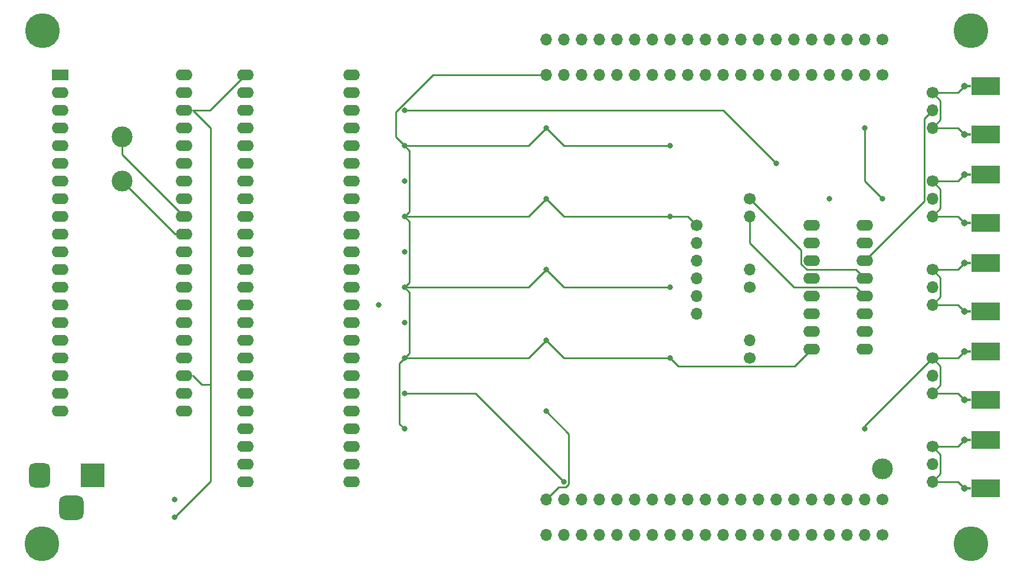
<source format=gbr>
%TF.GenerationSoftware,KiCad,Pcbnew,(6.0.5)*%
%TF.CreationDate,2022-07-21T21:10:46+10:00*%
%TF.ProjectId,glitcher,676c6974-6368-4657-922e-6b696361645f,rev?*%
%TF.SameCoordinates,Original*%
%TF.FileFunction,Copper,L4,Bot*%
%TF.FilePolarity,Positive*%
%FSLAX46Y46*%
G04 Gerber Fmt 4.6, Leading zero omitted, Abs format (unit mm)*
G04 Created by KiCad (PCBNEW (6.0.5)) date 2022-07-21 21:10:46*
%MOMM*%
%LPD*%
G01*
G04 APERTURE LIST*
G04 Aperture macros list*
%AMRoundRect*
0 Rectangle with rounded corners*
0 $1 Rounding radius*
0 $2 $3 $4 $5 $6 $7 $8 $9 X,Y pos of 4 corners*
0 Add a 4 corners polygon primitive as box body*
4,1,4,$2,$3,$4,$5,$6,$7,$8,$9,$2,$3,0*
0 Add four circle primitives for the rounded corners*
1,1,$1+$1,$2,$3*
1,1,$1+$1,$4,$5*
1,1,$1+$1,$6,$7*
1,1,$1+$1,$8,$9*
0 Add four rect primitives between the rounded corners*
20,1,$1+$1,$2,$3,$4,$5,0*
20,1,$1+$1,$4,$5,$6,$7,0*
20,1,$1+$1,$6,$7,$8,$9,0*
20,1,$1+$1,$8,$9,$2,$3,0*%
G04 Aperture macros list end*
%TA.AperFunction,ComponentPad*%
%ADD10R,2.400000X1.600000*%
%TD*%
%TA.AperFunction,ComponentPad*%
%ADD11O,2.400000X1.600000*%
%TD*%
%TA.AperFunction,ComponentPad*%
%ADD12C,1.700000*%
%TD*%
%TA.AperFunction,ComponentPad*%
%ADD13O,1.700000X1.700000*%
%TD*%
%TA.AperFunction,ComponentPad*%
%ADD14C,5.000000*%
%TD*%
%TA.AperFunction,SMDPad,CuDef*%
%ADD15R,4.190000X2.665000*%
%TD*%
%TA.AperFunction,ComponentPad*%
%ADD16C,0.970000*%
%TD*%
%TA.AperFunction,SMDPad,CuDef*%
%ADD17R,0.890000X0.460000*%
%TD*%
%TA.AperFunction,ComponentPad*%
%ADD18C,2.999999*%
%TD*%
%TA.AperFunction,ComponentPad*%
%ADD19R,3.500001X3.500001*%
%TD*%
%TA.AperFunction,ComponentPad*%
%ADD20RoundRect,0.750000X-0.749999X-1.000000X0.749999X-1.000000X0.749999X1.000000X-0.749999X1.000000X0*%
%TD*%
%TA.AperFunction,ComponentPad*%
%ADD21RoundRect,0.875000X-0.875000X-0.875000X0.875000X-0.875000X0.875000X0.875000X-0.875000X0.875000X0*%
%TD*%
%TA.AperFunction,SMDPad,CuDef*%
%ADD22C,3.000000*%
%TD*%
%TA.AperFunction,ViaPad*%
%ADD23C,0.800000*%
%TD*%
%TA.AperFunction,Conductor*%
%ADD24C,0.250000*%
%TD*%
G04 APERTURE END LIST*
D10*
%TO.P,U1,1,UART0_TX/I2C0_SDA/SPI0_RX/GP0*%
%TO.N,RPI_GP0*%
X92705000Y-50805000D03*
D11*
%TO.P,U1,2,UART0_RX/I2C0_SCL/GPI0_CSn/GP1*%
%TO.N,RPI_GP1*%
X92705000Y-53345000D03*
%TO.P,U1,3,GND*%
%TO.N,GND*%
X92705000Y-55885000D03*
%TO.P,U1,4,I2C1_SDA/SPI0_SCK/GP2*%
%TO.N,RPI_GP2*%
X92705000Y-58425000D03*
%TO.P,U1,5,I2C1_SCL/SPI0_TX/GP3*%
%TO.N,RPI_GP3*%
X92705000Y-60965000D03*
%TO.P,U1,6,UART1_TX/I2C0_SDA/SPI0_RX/GP4*%
%TO.N,RPI_GP4*%
X92705000Y-63505000D03*
%TO.P,U1,7,UART1_RX/I2C0_SCL/SPI0_CSn/GP5*%
%TO.N,RPI_GP5*%
X92705000Y-66045000D03*
%TO.P,U1,8,GND*%
%TO.N,GND*%
X92705000Y-68585000D03*
%TO.P,U1,9,I2C1_SDA/SPI0_SCK/GP6*%
%TO.N,RPI_GP6*%
X92705000Y-71125000D03*
%TO.P,U1,10,I2C1_SCL/SPI0_TX/GP7*%
%TO.N,RPI_GP7*%
X92705000Y-73665000D03*
%TO.P,U1,11,UART1_TX/I2C0_SDA/SPI1_RX/GP8*%
%TO.N,RPI_GP8*%
X92705000Y-76205000D03*
%TO.P,U1,12,UART1_RX/I2C0_SCL/SPI1_CSn/GP9*%
%TO.N,RPI_GP9*%
X92705000Y-78745000D03*
%TO.P,U1,13,GND*%
%TO.N,GND*%
X92705000Y-81285000D03*
%TO.P,U1,14,I2C1_SDA/SPI1_SCK/GP10*%
%TO.N,RPI_GP10*%
X92705000Y-83825000D03*
%TO.P,U1,15,I2C1_SCL/SPI1_TX/GP11*%
%TO.N,RPI_GP11*%
X92705000Y-86365000D03*
%TO.P,U1,16,UART0_TX/I2C0_SDA/GPI1_RX/GP12*%
%TO.N,RPI_GP12*%
X92705000Y-88905000D03*
%TO.P,U1,17,UART0_RX/I2C0_SCL/SPI1_CSn/GP13*%
%TO.N,RPI_GP13*%
X92705000Y-91445000D03*
%TO.P,U1,18,GND*%
%TO.N,GND*%
X92705000Y-93985000D03*
%TO.P,U1,19,I2C1_SDA/SPI1_SCK/GP14*%
%TO.N,RPI_GP14*%
X92705000Y-96525000D03*
%TO.P,U1,20,I2C1_SCL/SPI1_TX/GP15*%
%TO.N,RPI_GP15*%
X92705000Y-99065000D03*
%TO.P,U1,21,UART0_TX/I2C0_SDA/SPI0_RX/GP16*%
%TO.N,RPI_GP16*%
X110485000Y-99065000D03*
%TO.P,U1,22,UART0_RX/I2C0_SCL/SPI0_CSn/GP17*%
%TO.N,RPI_GP17*%
X110485000Y-96525000D03*
%TO.P,U1,23,GND*%
%TO.N,GND*%
X110485000Y-93985000D03*
%TO.P,U1,24,I2C1_SDA/SPI0_SCK/GP18*%
%TO.N,unconnected-(U1-Pad24)*%
X110485000Y-91445000D03*
%TO.P,U1,25,I2C1_SCL/SPI0_TX/GP19*%
%TO.N,unconnected-(U1-Pad25)*%
X110485000Y-88905000D03*
%TO.P,U1,26,I2C0_SDA/GP20*%
%TO.N,unconnected-(U1-Pad26)*%
X110485000Y-86365000D03*
%TO.P,U1,27,I2C0_SCL/GP21*%
%TO.N,FPGA_4*%
X110485000Y-83825000D03*
%TO.P,U1,28,GND*%
%TO.N,unconnected-(U1-Pad28)*%
X110485000Y-81285000D03*
%TO.P,U1,29,GP22*%
%TO.N,FPGA_3*%
X110485000Y-78745000D03*
%TO.P,U1,30,RUN*%
%TO.N,unconnected-(U1-Pad30)*%
X110485000Y-76205000D03*
%TO.P,U1,31,I2C1_SDA/ADC0/GP26*%
%TO.N,Net-(TP2-Pad1)*%
X110485000Y-73665000D03*
%TO.P,U1,32,I2C1_SCL/ADC1/GP27*%
%TO.N,Net-(TP1-Pad1)*%
X110485000Y-71125000D03*
%TO.P,U1,33,AGND/GND*%
%TO.N,unconnected-(U1-Pad33)*%
X110485000Y-68585000D03*
%TO.P,U1,34,ADC2/GP28*%
%TO.N,unconnected-(U1-Pad34)*%
X110485000Y-66045000D03*
%TO.P,U1,35,ADC_VREF*%
%TO.N,unconnected-(U1-Pad35)*%
X110485000Y-63505000D03*
%TO.P,U1,36,3V3OUT*%
%TO.N,unconnected-(U1-Pad36)*%
X110485000Y-60965000D03*
%TO.P,U1,37,3V3_EN*%
%TO.N,unconnected-(U1-Pad37)*%
X110485000Y-58425000D03*
%TO.P,U1,38,GND*%
%TO.N,GND*%
X110485000Y-55885000D03*
%TO.P,U1,39,VSYS*%
%TO.N,Net-(JP2-Pad1)*%
X110485000Y-53345000D03*
%TO.P,U1,40,VBUS*%
%TO.N,unconnected-(U1-Pad40)*%
X110485000Y-50805000D03*
%TD*%
D12*
%TO.P,J4,1,Pin_1*%
%TO.N,GND*%
X217920704Y-53340000D03*
D13*
%TO.P,J4,2,Pin_2*%
%TO.N,X_OUT*%
X217920714Y-55880000D03*
%TO.P,J4,3,Pin_3*%
%TO.N,GND*%
X217920714Y-58420000D03*
%TD*%
D12*
%TO.P,J_RIGHTEXP_OUTER1,1,Pin_1*%
%TO.N,X_OUT*%
X210755714Y-50800000D03*
D13*
%TO.P,J_RIGHTEXP_OUTER1,2,Pin_2*%
%TO.N,Y_OUT*%
X208215714Y-50800000D03*
%TO.P,J_RIGHTEXP_OUTER1,3,Pin_3*%
%TO.N,Z_OUT*%
X205675714Y-50800000D03*
%TO.P,J_RIGHTEXP_OUTER1,4,Pin_4*%
%TO.N,FREE_RIGHT4*%
X203135714Y-50800000D03*
%TO.P,J_RIGHTEXP_OUTER1,5,Pin_5*%
%TO.N,MAX4619_A*%
X200595714Y-50800000D03*
%TO.P,J_RIGHTEXP_OUTER1,6,Pin_6*%
%TO.N,MAX4619_B*%
X198055714Y-50800000D03*
%TO.P,J_RIGHTEXP_OUTER1,7,Pin_7*%
%TO.N,MAX4619_C*%
X195515714Y-50800000D03*
%TO.P,J_RIGHTEXP_OUTER1,8,Pin_8*%
%TO.N,FPGA_GPIO_12*%
X192975714Y-50800000D03*
%TO.P,J_RIGHTEXP_OUTER1,9,Pin_9*%
%TO.N,FPGA_GPIO_11*%
X190435714Y-50800000D03*
%TO.P,J_RIGHTEXP_OUTER1,10,Pin_10*%
%TO.N,FPGA_GPIO_10*%
X187895714Y-50800000D03*
%TO.P,J_RIGHTEXP_OUTER1,11,Pin_11*%
%TO.N,FPGA_GPIO_9*%
X185355714Y-50800000D03*
%TO.P,J_RIGHTEXP_OUTER1,12,Pin_12*%
%TO.N,FPGA_GPIO_8*%
X182815714Y-50800000D03*
%TO.P,J_RIGHTEXP_OUTER1,13,Pin_13*%
%TO.N,FPGA_GPIO_7*%
X180275714Y-50800000D03*
%TO.P,J_RIGHTEXP_OUTER1,14,Pin_14*%
%TO.N,FPGA_GPIO_6*%
X177735714Y-50800000D03*
%TO.P,J_RIGHTEXP_OUTER1,15,Pin_15*%
%TO.N,FPGA_GPIO_5*%
X175195714Y-50800000D03*
%TO.P,J_RIGHTEXP_OUTER1,16,Pin_16*%
%TO.N,FPGA_GPIO_4*%
X172655714Y-50800000D03*
%TO.P,J_RIGHTEXP_OUTER1,17,Pin_17*%
%TO.N,FPGA_GPIO_3*%
X170115714Y-50800000D03*
%TO.P,J_RIGHTEXP_OUTER1,18,Pin_18*%
%TO.N,FPGA_GPIO_2*%
X167575714Y-50800000D03*
%TO.P,J_RIGHTEXP_OUTER1,19,Pin_19*%
%TO.N,VCC_3V3_ALWAYS*%
X165035714Y-50800000D03*
%TO.P,J_RIGHTEXP_OUTER1,20,Pin_20*%
%TO.N,GND*%
X162495714Y-50800000D03*
%TD*%
D14*
%TO.P,REF\u002A\u002A,1*%
%TO.N,N/C*%
X223455714Y-118110000D03*
%TD*%
D12*
%TO.P,J_LEFTEXP1,1,Pin_1*%
%TO.N,GND*%
X210755714Y-116840000D03*
D13*
%TO.P,J_LEFTEXP1,2,Pin_2*%
%TO.N,FREE_LEFT2*%
X208215714Y-116840000D03*
%TO.P,J_LEFTEXP1,3,Pin_3*%
%TO.N,RPI_GP2*%
X205675714Y-116840000D03*
%TO.P,J_LEFTEXP1,4,Pin_4*%
%TO.N,RPI_GP3*%
X203135714Y-116840000D03*
%TO.P,J_LEFTEXP1,5,Pin_5*%
%TO.N,RPI_GP4*%
X200595714Y-116840000D03*
%TO.P,J_LEFTEXP1,6,Pin_6*%
%TO.N,RPI_GP5*%
X198055714Y-116840000D03*
%TO.P,J_LEFTEXP1,7,Pin_7*%
%TO.N,RPI_GP6*%
X195515714Y-116840000D03*
%TO.P,J_LEFTEXP1,8,Pin_8*%
%TO.N,RPI_GP7*%
X192975714Y-116840000D03*
%TO.P,J_LEFTEXP1,9,Pin_9*%
%TO.N,RPI_GP8*%
X190435714Y-116840000D03*
%TO.P,J_LEFTEXP1,10,Pin_10*%
%TO.N,RPI_GP9*%
X187895714Y-116840000D03*
%TO.P,J_LEFTEXP1,11,Pin_11*%
%TO.N,RPI_GP10*%
X185355714Y-116840000D03*
%TO.P,J_LEFTEXP1,12,Pin_12*%
%TO.N,RPI_GP11*%
X182815714Y-116840000D03*
%TO.P,J_LEFTEXP1,13,Pin_13*%
%TO.N,RPI_GP12*%
X180275714Y-116840000D03*
%TO.P,J_LEFTEXP1,14,Pin_14*%
%TO.N,RPI_GP13*%
X177735714Y-116840000D03*
%TO.P,J_LEFTEXP1,15,Pin_15*%
%TO.N,RPI_GP14*%
X175195714Y-116840000D03*
%TO.P,J_LEFTEXP1,16,Pin_16*%
%TO.N,RPI_GP15*%
X172655714Y-116840000D03*
%TO.P,J_LEFTEXP1,17,Pin_17*%
%TO.N,FREE_LEFT17*%
X170115714Y-116840000D03*
%TO.P,J_LEFTEXP1,18,Pin_18*%
%TO.N,FREE_LEFT18*%
X167575714Y-116840000D03*
%TO.P,J_LEFTEXP1,19,Pin_19*%
%TO.N,VCC_SWITCHED*%
X165035714Y-116840000D03*
%TO.P,J_LEFTEXP1,20,Pin_20*%
%TO.N,GND*%
X162495714Y-116840000D03*
%TD*%
D12*
%TO.P,J_LEFTEXP_OUTER1,1,Pin_1*%
%TO.N,GND*%
X210755716Y-111759992D03*
D13*
%TO.P,J_LEFTEXP_OUTER1,2,Pin_2*%
%TO.N,FREE_LEFT2*%
X208215714Y-111760000D03*
%TO.P,J_LEFTEXP_OUTER1,3,Pin_3*%
%TO.N,RPI_GP2*%
X205675714Y-111760000D03*
%TO.P,J_LEFTEXP_OUTER1,4,Pin_4*%
%TO.N,RPI_GP3*%
X203135714Y-111760000D03*
%TO.P,J_LEFTEXP_OUTER1,5,Pin_5*%
%TO.N,RPI_GP4*%
X200595714Y-111760000D03*
%TO.P,J_LEFTEXP_OUTER1,6,Pin_6*%
%TO.N,RPI_GP5*%
X198055714Y-111760000D03*
%TO.P,J_LEFTEXP_OUTER1,7,Pin_7*%
%TO.N,RPI_GP6*%
X195515714Y-111760000D03*
%TO.P,J_LEFTEXP_OUTER1,8,Pin_8*%
%TO.N,RPI_GP7*%
X192975714Y-111760000D03*
%TO.P,J_LEFTEXP_OUTER1,9,Pin_9*%
%TO.N,RPI_GP8*%
X190435714Y-111760000D03*
%TO.P,J_LEFTEXP_OUTER1,10,Pin_10*%
%TO.N,RPI_GP9*%
X187895714Y-111760000D03*
%TO.P,J_LEFTEXP_OUTER1,11,Pin_11*%
%TO.N,RPI_GP10*%
X185355714Y-111760000D03*
%TO.P,J_LEFTEXP_OUTER1,12,Pin_12*%
%TO.N,RPI_GP11*%
X182815714Y-111760000D03*
%TO.P,J_LEFTEXP_OUTER1,13,Pin_13*%
%TO.N,RPI_GP12*%
X180275714Y-111760000D03*
%TO.P,J_LEFTEXP_OUTER1,14,Pin_14*%
%TO.N,RPI_GP13*%
X177735714Y-111760000D03*
%TO.P,J_LEFTEXP_OUTER1,15,Pin_15*%
%TO.N,RPI_GP14*%
X175195714Y-111760000D03*
%TO.P,J_LEFTEXP_OUTER1,16,Pin_16*%
%TO.N,RPI_GP15*%
X172655714Y-111760000D03*
%TO.P,J_LEFTEXP_OUTER1,17,Pin_17*%
%TO.N,FREE_LEFT17*%
X170115714Y-111760000D03*
%TO.P,J_LEFTEXP_OUTER1,18,Pin_18*%
%TO.N,FREE_LEFT18*%
X167575714Y-111760000D03*
%TO.P,J_LEFTEXP_OUTER1,19,Pin_19*%
%TO.N,VCC_SWITCHED*%
X165035714Y-111760000D03*
%TO.P,J_LEFTEXP_OUTER1,20,Pin_20*%
%TO.N,GND*%
X162495716Y-111759992D03*
%TD*%
D15*
%TO.P,HS2_OUT1,2,Ext*%
%TO.N,GND*%
X225540714Y-97472500D03*
D16*
X222555714Y-97472500D03*
D17*
X223000714Y-97472500D03*
D15*
X225540714Y-90487500D03*
D16*
X222555714Y-90487500D03*
D17*
X223000714Y-90487500D03*
%TD*%
D12*
%TO.P,J2,1,Pin_1*%
%TO.N,GND*%
X184085714Y-72390000D03*
D13*
%TO.P,J2,2,Pin_2*%
%TO.N,VCC_3V3*%
X184085714Y-74930000D03*
%TO.P,J2,3,Pin_3*%
%TO.N,VCC_2V5*%
X184085714Y-77470000D03*
%TO.P,J2,4,Pin_4*%
%TO.N,VCC_1V8*%
X184085714Y-80010000D03*
%TO.P,J2,5,Pin_5*%
%TO.N,VCC_1V2*%
X184085714Y-82550000D03*
%TO.P,J2,6,Pin_6*%
%TO.N,VCC_VADJ*%
X184085714Y-85090000D03*
%TD*%
D16*
%TO.P,SMA_Y1,2,Ext*%
%TO.N,GND*%
X222555714Y-72072500D03*
X222555714Y-65087500D03*
D15*
X225540714Y-72072500D03*
X225540714Y-65087500D03*
D17*
X223000714Y-72072500D03*
X223000714Y-65087500D03*
%TD*%
D16*
%TO.P,TRIG_IN1,2,Ext*%
%TO.N,GND*%
X222555714Y-103187500D03*
D15*
X225540714Y-110172500D03*
X225540714Y-103187500D03*
D16*
X222555714Y-110172500D03*
D17*
X223000714Y-110172500D03*
X223000714Y-103187500D03*
%TD*%
D12*
%TO.P,J7,1,Pin_1*%
%TO.N,GND*%
X217920704Y-78740000D03*
D13*
%TO.P,J7,2,Pin_2*%
%TO.N,Z_OUT*%
X217920714Y-81280000D03*
%TO.P,J7,3,Pin_3*%
%TO.N,GND*%
X217920714Y-83820000D03*
%TD*%
D12*
%TO.P,J_RIGHTEXP1,1,Pin_1*%
%TO.N,X_OUT*%
X210755714Y-45720000D03*
D13*
%TO.P,J_RIGHTEXP1,2,Pin_2*%
%TO.N,Y_OUT*%
X208215714Y-45720000D03*
%TO.P,J_RIGHTEXP1,3,Pin_3*%
%TO.N,Z_OUT*%
X205675714Y-45720000D03*
%TO.P,J_RIGHTEXP1,4,Pin_4*%
%TO.N,FREE_RIGHT4*%
X203135714Y-45720000D03*
%TO.P,J_RIGHTEXP1,5,Pin_5*%
%TO.N,MAX4619_A*%
X200595714Y-45720000D03*
%TO.P,J_RIGHTEXP1,6,Pin_6*%
%TO.N,MAX4619_B*%
X198055714Y-45720000D03*
%TO.P,J_RIGHTEXP1,7,Pin_7*%
%TO.N,MAX4619_C*%
X195515714Y-45720000D03*
%TO.P,J_RIGHTEXP1,8,Pin_8*%
%TO.N,FPGA_GPIO_12*%
X192975714Y-45720000D03*
%TO.P,J_RIGHTEXP1,9,Pin_9*%
%TO.N,FPGA_GPIO_11*%
X190435714Y-45720000D03*
%TO.P,J_RIGHTEXP1,10,Pin_10*%
%TO.N,FPGA_GPIO_10*%
X187895714Y-45720000D03*
%TO.P,J_RIGHTEXP1,11,Pin_11*%
%TO.N,FPGA_GPIO_9*%
X185355714Y-45720000D03*
%TO.P,J_RIGHTEXP1,12,Pin_12*%
%TO.N,FPGA_GPIO_8*%
X182815714Y-45720000D03*
%TO.P,J_RIGHTEXP1,13,Pin_13*%
%TO.N,FPGA_GPIO_7*%
X180275714Y-45720000D03*
%TO.P,J_RIGHTEXP1,14,Pin_14*%
%TO.N,FPGA_GPIO_6*%
X177735714Y-45720000D03*
%TO.P,J_RIGHTEXP1,15,Pin_15*%
%TO.N,FPGA_GPIO_5*%
X175195714Y-45720000D03*
%TO.P,J_RIGHTEXP1,16,Pin_16*%
%TO.N,FPGA_GPIO_4*%
X172655714Y-45720000D03*
%TO.P,J_RIGHTEXP1,17,Pin_17*%
%TO.N,FPGA_GPIO_3*%
X170115714Y-45720000D03*
%TO.P,J_RIGHTEXP1,18,Pin_18*%
%TO.N,FPGA_GPIO_2*%
X167575714Y-45720000D03*
%TO.P,J_RIGHTEXP1,19,Pin_19*%
%TO.N,VCC_3V3_ALWAYS*%
X165035714Y-45720000D03*
%TO.P,J_RIGHTEXP1,20,Pin_20*%
%TO.N,GND*%
X162495714Y-45720000D03*
%TD*%
D14*
%TO.P,REF\u002A\u002A,1*%
%TO.N,N/C*%
X223455714Y-44450000D03*
%TD*%
D12*
%TO.P,J5,1,Pin_1*%
%TO.N,GND*%
X217920704Y-66040000D03*
D13*
%TO.P,J5,2,Pin_2*%
%TO.N,Y_OUT*%
X217920714Y-68580000D03*
%TO.P,J5,3,Pin_3*%
%TO.N,GND*%
X217920714Y-71120000D03*
%TD*%
D12*
%TO.P,J6,1,Pin_1*%
%TO.N,GND*%
X217920704Y-104140000D03*
D13*
%TO.P,J6,2,Pin_2*%
%TO.N,TRIG_IN*%
X217920714Y-106680000D03*
%TO.P,J6,3,Pin_3*%
%TO.N,GND*%
X217920714Y-109220000D03*
%TD*%
D14*
%TO.P,REF\u002A\u002A,1*%
%TO.N,N/C*%
X90170000Y-44450000D03*
%TD*%
D18*
%TO.P,REF\u002A\u002A,1*%
%TO.N,GL_GATE*%
X210755714Y-107315000D03*
%TD*%
D12*
%TO.P,PINS_Z_INPUT1,1,Pin_1*%
%TO.N,Net-(PINS_Z_INPUT1-Pad1)*%
X191705714Y-91440000D03*
D13*
%TO.P,PINS_Z_INPUT1,2,Pin_2*%
%TO.N,Net-(PINS_Z_INPUT1-Pad2)*%
X191705714Y-88900000D03*
%TD*%
D11*
%TO.P,U2,1,PIO01*%
%TO.N,MAX4619_C*%
X134555718Y-109219992D03*
%TO.P,U2,2,PIO02*%
%TO.N,MAX4619_B*%
X134555714Y-106680000D03*
%TO.P,U2,3,PIO03*%
%TO.N,MAX4619_A*%
X134555714Y-104140000D03*
%TO.P,U2,4,PIO04*%
%TO.N,FPGA_GPIO_12*%
X134555714Y-101600000D03*
%TO.P,U2,5,PIO05*%
%TO.N,FPGA_GPIO_11*%
X134555714Y-99060000D03*
%TO.P,U2,6,PIO06*%
%TO.N,FPGA_GPIO_10*%
X134555714Y-96520000D03*
%TO.P,U2,7,PIO07*%
%TO.N,FPGA_GPIO_9*%
X134555714Y-93980000D03*
%TO.P,U2,8,PIO08*%
%TO.N,FPGA_GPIO_8*%
X134555714Y-91440000D03*
%TO.P,U2,9,PIO09*%
%TO.N,FPGA_GPIO_7*%
X134555714Y-88900000D03*
%TO.P,U2,10,PIO10*%
%TO.N,FPGA_GPIO_6*%
X134555714Y-86360000D03*
%TO.P,U2,11,PIO11*%
%TO.N,FPGA_GPIO_5*%
X134555714Y-83820000D03*
%TO.P,U2,12,PIO12*%
%TO.N,FPGA_GPIO_4*%
X134555714Y-81280000D03*
%TO.P,U2,13,PIO13*%
%TO.N,FPGA_GPIO_3*%
X134555714Y-78740000D03*
%TO.P,U2,14,PIO14*%
%TO.N,FPGA_GPIO_2*%
X134555714Y-76200000D03*
%TO.P,U2,15,PIO15*%
%TO.N,FPGA_GPIO_1*%
X134555714Y-73660000D03*
%TO.P,U2,16,PIO16*%
%TO.N,unconnected-(U2-Pad16)*%
X134555714Y-71120000D03*
%TO.P,U2,17,PIO17*%
%TO.N,unconnected-(U2-Pad17)*%
X134555714Y-68580000D03*
%TO.P,U2,18,PIO18*%
%TO.N,unconnected-(U2-Pad18)*%
X134555714Y-66040000D03*
%TO.P,U2,19,PIO19*%
%TO.N,unconnected-(U2-Pad19)*%
X134555714Y-63500000D03*
%TO.P,U2,20,PIO20*%
%TO.N,unconnected-(U2-Pad20)*%
X134555714Y-60960000D03*
%TO.P,U2,21,PIO21*%
%TO.N,unconnected-(U2-Pad21)*%
X134555714Y-58420000D03*
%TO.P,U2,22,PIO22*%
%TO.N,unconnected-(U2-Pad22)*%
X134555714Y-55880000D03*
%TO.P,U2,23,PIO23*%
%TO.N,unconnected-(U2-Pad23)*%
X134555714Y-53340000D03*
%TO.P,U2,24,VU*%
%TO.N,Net-(FB1-Pad2)*%
X134555714Y-50800000D03*
%TO.P,U2,25,GND*%
%TO.N,GND*%
X119315714Y-50800000D03*
%TO.P,U2,26,PIO26*%
%TO.N,RPI_GP0*%
X119315714Y-53340000D03*
%TO.P,U2,27,PIO27*%
%TO.N,RPI_GP1*%
X119315714Y-55880000D03*
%TO.P,U2,28,PIO28*%
%TO.N,FPGA_3*%
X119315714Y-58420000D03*
%TO.P,U2,29,PIO29*%
%TO.N,FPGA_4*%
X119315714Y-60960000D03*
%TO.P,U2,30,PIO30*%
%TO.N,unconnected-(U2-Pad30)*%
X119315714Y-63500000D03*
%TO.P,U2,31,PIO31*%
%TO.N,unconnected-(U2-Pad31)*%
X119315714Y-66040000D03*
%TO.P,U2,32,PIO32*%
%TO.N,unconnected-(U2-Pad32)*%
X119315714Y-68580000D03*
%TO.P,U2,33,PIO33*%
%TO.N,unconnected-(U2-Pad33)*%
X119315714Y-71120000D03*
%TO.P,U2,34,PIO34*%
%TO.N,unconnected-(U2-Pad34)*%
X119315714Y-73660000D03*
%TO.P,U2,35,PIO35*%
%TO.N,unconnected-(U2-Pad35)*%
X119315714Y-76200000D03*
%TO.P,U2,36,PIO36*%
%TO.N,unconnected-(U2-Pad36)*%
X119315714Y-78740000D03*
%TO.P,U2,37,PIO37*%
%TO.N,unconnected-(U2-Pad37)*%
X119315714Y-81280000D03*
%TO.P,U2,38,PIO38*%
%TO.N,unconnected-(U2-Pad38)*%
X119315714Y-83820000D03*
%TO.P,U2,39,PIO39*%
%TO.N,unconnected-(U2-Pad39)*%
X119315714Y-86360000D03*
%TO.P,U2,40,PIO40*%
%TO.N,unconnected-(U2-Pad40)*%
X119315714Y-88900000D03*
%TO.P,U2,41,PIO41*%
%TO.N,unconnected-(U2-Pad41)*%
X119315714Y-91440000D03*
%TO.P,U2,42,PIO42*%
%TO.N,unconnected-(U2-Pad42)*%
X119315714Y-93980000D03*
%TO.P,U2,43,PIO43*%
%TO.N,unconnected-(U2-Pad43)*%
X119315714Y-96520000D03*
%TO.P,U2,44,PIO44*%
%TO.N,unconnected-(U2-Pad44)*%
X119315714Y-99060000D03*
%TO.P,U2,45,PIO45*%
%TO.N,unconnected-(U2-Pad45)*%
X119315714Y-101600000D03*
%TO.P,U2,46,PIO46*%
%TO.N,unconnected-(U2-Pad46)*%
X119315714Y-104140000D03*
%TO.P,U2,47,PIO47*%
%TO.N,unconnected-(U2-Pad47)*%
X119315714Y-106680000D03*
%TO.P,U2,48,PIO48*%
%TO.N,unconnected-(U2-Pad48)*%
X119315714Y-109220000D03*
%TD*%
%TO.P,U3,1,Y1*%
%TO.N,Net-(PINS_Y_INPUT1-Pad2)*%
X200605722Y-72379992D03*
%TO.P,U3,2,Y0*%
%TO.N,Net-(PINS_Y_INPUT1-Pad1)*%
X200605714Y-74920000D03*
%TO.P,U3,3,Z1*%
%TO.N,Net-(PINS_Z_INPUT1-Pad2)*%
X200605714Y-77460000D03*
%TO.P,U3,4,Z*%
%TO.N,Z_OUT*%
X200605714Y-80000000D03*
%TO.P,U3,5,Z0*%
%TO.N,Net-(PINS_Z_INPUT1-Pad1)*%
X200605714Y-82540000D03*
%TO.P,U3,6,ENABLE*%
%TO.N,MAX4619_EN*%
X200605714Y-85080000D03*
%TO.P,U3,7,NC*%
%TO.N,unconnected-(U3-Pad7)*%
X200605714Y-87620000D03*
%TO.P,U3,8,GND*%
%TO.N,GND*%
X200605714Y-90160000D03*
%TO.P,U3,9,C*%
%TO.N,MAX4619_C*%
X208225714Y-90160000D03*
%TO.P,U3,10,B*%
%TO.N,MAX4619_B*%
X208225714Y-87620000D03*
%TO.P,U3,11,A*%
%TO.N,MAX4619_A*%
X208225714Y-85080000D03*
%TO.P,U3,12,X0*%
%TO.N,Net-(PINS_X_INPUT1-Pad2)*%
X208225714Y-82540000D03*
%TO.P,U3,13,X1*%
%TO.N,Net-(PINS_X_INPUT1-Pad1)*%
X208225714Y-80000000D03*
%TO.P,U3,14,X*%
%TO.N,X_OUT*%
X208225714Y-77460000D03*
%TO.P,U3,15,Y*%
%TO.N,Y_OUT*%
X208225714Y-74920000D03*
%TO.P,U3,16,VCC*%
%TO.N,VCC_3V3_ALWAYS*%
X208225714Y-72380000D03*
%TD*%
D19*
%TO.P,J1,1*%
%TO.N,VCC*%
X97375724Y-108262492D03*
D20*
%TO.P,J1,2*%
%TO.N,GND*%
X89755724Y-108262492D03*
D21*
%TO.P,J1,3*%
%TO.N,N/C*%
X94375726Y-112962496D03*
%TD*%
D14*
%TO.P,REF\u002A\u002A,1*%
%TO.N,N/C*%
X90105713Y-118110000D03*
%TD*%
D12*
%TO.P,J3,1,Pin_1*%
%TO.N,GND*%
X217920704Y-91440000D03*
D13*
%TO.P,J3,2,Pin_2*%
%TO.N,HS2_OUT*%
X217920714Y-93980000D03*
%TO.P,J3,3,Pin_3*%
%TO.N,GND*%
X217920714Y-96520000D03*
%TD*%
D12*
%TO.P,PINS_Y_INPUT1,1,Pin_1*%
%TO.N,Net-(PINS_Y_INPUT1-Pad1)*%
X191705714Y-81280000D03*
D13*
%TO.P,PINS_Y_INPUT1,2,Pin_2*%
%TO.N,Net-(PINS_Y_INPUT1-Pad2)*%
X191705714Y-78740000D03*
%TD*%
D16*
%TO.P,SMA_Z1,2,Ext*%
%TO.N,GND*%
X222555714Y-84772500D03*
D15*
X225540714Y-77787500D03*
X225540714Y-84772500D03*
D17*
X223000714Y-77787500D03*
D16*
X222555714Y-77787500D03*
D17*
X223000714Y-84772500D03*
%TD*%
D15*
%TO.P,SMA_X1,2,Ext*%
%TO.N,GND*%
X225540714Y-59372500D03*
D17*
X223000714Y-59372500D03*
X223000714Y-52387500D03*
D16*
X222555714Y-59372500D03*
X222555714Y-52387500D03*
D15*
X225540714Y-52387500D03*
%TD*%
D12*
%TO.P,PINS_X_INPUT1,1,Pin_1*%
%TO.N,Net-(PINS_X_INPUT1-Pad1)*%
X191705714Y-68580000D03*
D13*
%TO.P,PINS_X_INPUT1,2,Pin_2*%
%TO.N,Net-(PINS_X_INPUT1-Pad2)*%
X191705714Y-71120000D03*
%TD*%
D22*
%TO.P,TP2,1,1*%
%TO.N,Net-(TP2-Pad1)*%
X101600000Y-66040000D03*
%TD*%
%TO.P,TP1,1,1*%
%TO.N,Net-(TP1-Pad1)*%
X101600000Y-59690000D03*
%TD*%
D23*
%TO.N,GND*%
X162495714Y-78740000D03*
X142175714Y-71120000D03*
X180275714Y-91440000D03*
X180275714Y-81280000D03*
X162495714Y-99060000D03*
X180275714Y-71120000D03*
X142175714Y-81280000D03*
X180275714Y-60960000D03*
X208215714Y-101600000D03*
X142175714Y-91440000D03*
X142175714Y-101600000D03*
X109155714Y-114300000D03*
X162495714Y-58420000D03*
X142175714Y-60960000D03*
X162495714Y-68580000D03*
X162495714Y-88900000D03*
%TO.N,VCC*%
X109155714Y-111760000D03*
%TO.N,VCC_3V3_ALWAYS*%
X208215714Y-58420000D03*
X210755714Y-68580000D03*
%TO.N,MAX4619_EN*%
X203135714Y-68580000D03*
%TO.N,RPI_GP7*%
X138430000Y-83820000D03*
%TO.N,VCC_SWITCHED*%
X165035714Y-109220000D03*
X142175714Y-86360000D03*
X142175714Y-96520000D03*
X142175714Y-66040000D03*
X142175714Y-76200000D03*
X195515714Y-63500000D03*
X142175714Y-55880000D03*
%TD*%
D24*
%TO.N,GND*%
X113030000Y-95250000D02*
X114300000Y-95250000D01*
X221603214Y-96520000D02*
X222555714Y-97472500D01*
X162495714Y-78740000D02*
X165035714Y-81280000D01*
X159955714Y-81280000D02*
X142175714Y-81280000D01*
X217920704Y-91440000D02*
X219095225Y-92614521D01*
X164311203Y-109944511D02*
X162495714Y-111760000D01*
X162495714Y-68580000D02*
X159955714Y-71120000D01*
X165035714Y-71120000D02*
X180275714Y-71120000D01*
X142900225Y-71844511D02*
X142175714Y-71120000D01*
X217920704Y-53340000D02*
X219095225Y-54514521D01*
X219095225Y-67214521D02*
X219095225Y-69945489D01*
X111760000Y-55880000D02*
X114235714Y-55880000D01*
X217920714Y-83820000D02*
X221603214Y-83820000D01*
X114300000Y-109155714D02*
X114300000Y-95250000D01*
X182815714Y-71120000D02*
X184085714Y-72390000D01*
X165335817Y-109944511D02*
X164311203Y-109944511D01*
X141451203Y-100875489D02*
X141451203Y-92164511D01*
X111760000Y-93980000D02*
X113030000Y-95250000D01*
X180275714Y-71120000D02*
X182815714Y-71120000D01*
X219095225Y-82645489D02*
X217920714Y-83820000D01*
X159955714Y-60960000D02*
X142175714Y-60960000D01*
X162495714Y-68580000D02*
X165035714Y-71120000D01*
X217920704Y-104140000D02*
X221603214Y-104140000D01*
X221603214Y-58420000D02*
X222555714Y-59372500D01*
X221603214Y-109220000D02*
X222555714Y-110172500D01*
X219095225Y-69945489D02*
X217920714Y-71120000D01*
X142900225Y-80555489D02*
X142900225Y-71844511D01*
X146231100Y-50800000D02*
X140905714Y-56125386D01*
X165035714Y-91440000D02*
X180275714Y-91440000D01*
X162495714Y-88900000D02*
X159955714Y-91440000D01*
X114300000Y-94424754D02*
X114300000Y-58420000D01*
X142175714Y-91440000D02*
X142900225Y-90715489D01*
X221603214Y-91440000D02*
X222555714Y-90487500D01*
X219095225Y-108045489D02*
X217920714Y-109220000D01*
X219095225Y-105314521D02*
X219095225Y-108045489D01*
X221603214Y-71120000D02*
X222555714Y-72072500D01*
X162495714Y-88900000D02*
X165035714Y-91440000D01*
X142175714Y-101600000D02*
X141451203Y-100875489D01*
X221603214Y-83820000D02*
X222555714Y-84772500D01*
X142900225Y-90715489D02*
X142900225Y-82004511D01*
X219095225Y-54514521D02*
X219095225Y-57245489D01*
X142175714Y-81280000D02*
X142900225Y-80555489D01*
X208215714Y-101144990D02*
X217920704Y-91440000D01*
X221603214Y-104140000D02*
X222555714Y-103187500D01*
X217920704Y-66040000D02*
X221603214Y-66040000D01*
X141451203Y-92164511D02*
X142175714Y-91440000D01*
X181450225Y-92614511D02*
X198151203Y-92614511D01*
X159955714Y-71120000D02*
X142175714Y-71120000D01*
X165760225Y-109520103D02*
X165335817Y-109944511D01*
X159955714Y-91440000D02*
X142175714Y-91440000D01*
X162495714Y-50800000D02*
X146231100Y-50800000D01*
X142175714Y-71120000D02*
X142900225Y-70395489D01*
X219095225Y-95345489D02*
X217920714Y-96520000D01*
X114300000Y-58420000D02*
X111760000Y-55880000D01*
X217920714Y-109220000D02*
X221603214Y-109220000D01*
X221603214Y-53340000D02*
X222555714Y-52387500D01*
X221603214Y-66040000D02*
X222555714Y-65087500D01*
X109155714Y-114300000D02*
X114300000Y-109155714D01*
X219095225Y-92614521D02*
X219095225Y-95345489D01*
X217920704Y-78740000D02*
X219095225Y-79914521D01*
X217920704Y-104140000D02*
X219095225Y-105314521D01*
X217920714Y-58420000D02*
X221603214Y-58420000D01*
X114235714Y-55880000D02*
X119315714Y-50800000D01*
X142900225Y-70395489D02*
X142900225Y-61684511D01*
X140905714Y-56125386D02*
X140905714Y-59690000D01*
X217920714Y-96520000D02*
X221603214Y-96520000D01*
X217920704Y-78740000D02*
X221603214Y-78740000D01*
X198151203Y-92614511D02*
X200605714Y-90160000D01*
X217920704Y-91440000D02*
X221603214Y-91440000D01*
X165760225Y-102324511D02*
X165760225Y-109520103D01*
X114300000Y-95250000D02*
X114300000Y-93980000D01*
X162495714Y-58420000D02*
X165035714Y-60960000D01*
X162495714Y-58420000D02*
X159955714Y-60960000D01*
X208215714Y-101600000D02*
X208215714Y-101144990D01*
X217920704Y-53340000D02*
X221603214Y-53340000D01*
X219095225Y-57245489D02*
X217920714Y-58420000D01*
X221603214Y-78740000D02*
X222555714Y-77787500D01*
X142900225Y-61684511D02*
X142175714Y-60960000D01*
X165035714Y-60960000D02*
X180275714Y-60960000D01*
X219095225Y-79914521D02*
X219095225Y-82645489D01*
X165035714Y-81280000D02*
X180275714Y-81280000D01*
X140905714Y-59690000D02*
X142175714Y-60960000D01*
X162495714Y-99060000D02*
X165760225Y-102324511D01*
X217920704Y-66040000D02*
X219095225Y-67214521D01*
X217920714Y-71120000D02*
X221603214Y-71120000D01*
X180275714Y-91440000D02*
X181450225Y-92614511D01*
X162495714Y-78740000D02*
X159955714Y-81280000D01*
X142900225Y-82004511D02*
X142175714Y-81280000D01*
%TO.N,VCC_3V3_ALWAYS*%
X208215714Y-66040000D02*
X210755714Y-68580000D01*
X208215714Y-58420000D02*
X208215714Y-66040000D01*
%TO.N,X_OUT*%
X208225714Y-77460000D02*
X216746203Y-68939511D01*
X216746203Y-68939511D02*
X216746203Y-57054511D01*
X216746203Y-57054511D02*
X217920714Y-55880000D01*
%TO.N,Net-(PINS_X_INPUT1-Pad1)*%
X206965714Y-78740000D02*
X208225714Y-80000000D01*
X199895403Y-78740000D02*
X206965714Y-78740000D01*
X199081194Y-75955480D02*
X199081194Y-77925791D01*
X191705714Y-68580000D02*
X199081194Y-75955480D01*
X199081194Y-77925791D02*
X199895403Y-78740000D01*
%TO.N,Net-(PINS_X_INPUT1-Pad2)*%
X198055714Y-81280000D02*
X191705714Y-74930000D01*
X206965714Y-81280000D02*
X198055714Y-81280000D01*
X208225714Y-82540000D02*
X206965714Y-81280000D01*
X191705714Y-74930000D02*
X191705714Y-71120000D01*
%TO.N,Net-(TP1-Pad1)*%
X110485000Y-71125000D02*
X101600000Y-62240000D01*
X101600000Y-62240000D02*
X101600000Y-59690000D01*
%TO.N,VCC_SWITCHED*%
X142175714Y-55880000D02*
X187895714Y-55880000D01*
X165035714Y-109220000D02*
X152335714Y-96520000D01*
X152335714Y-96520000D02*
X142175714Y-96520000D01*
X187895714Y-55880000D02*
X195515714Y-63500000D01*
%TO.N,Net-(TP2-Pad1)*%
X109225000Y-73665000D02*
X110485000Y-73665000D01*
X101600000Y-66040000D02*
X109225000Y-73665000D01*
%TD*%
M02*

</source>
